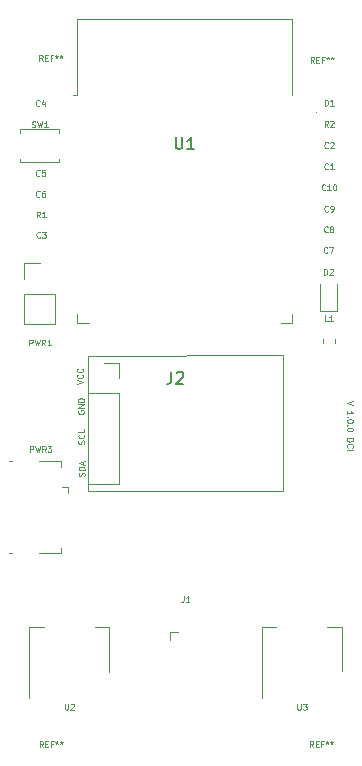
<source format=gto>
G04 #@! TF.GenerationSoftware,KiCad,Pcbnew,(5.1.4)-1*
G04 #@! TF.CreationDate,2020-06-22T02:05:18+08:00*
G04 #@! TF.ProjectId,esp-break,6573702d-6272-4656-916b-2e6b69636164,rev?*
G04 #@! TF.SameCoordinates,Original*
G04 #@! TF.FileFunction,Legend,Top*
G04 #@! TF.FilePolarity,Positive*
%FSLAX46Y46*%
G04 Gerber Fmt 4.6, Leading zero omitted, Abs format (unit mm)*
G04 Created by KiCad (PCBNEW (5.1.4)-1) date 2020-06-22 02:05:18*
%MOMM*%
%LPD*%
G04 APERTURE LIST*
%ADD10C,0.125000*%
%ADD11C,0.100000*%
%ADD12C,0.120000*%
%ADD13C,0.150000*%
G04 APERTURE END LIST*
D10*
X130823809Y-83030952D02*
X130323809Y-83197619D01*
X130823809Y-83364285D01*
X130323809Y-84173809D02*
X130323809Y-83888095D01*
X130323809Y-84030952D02*
X130823809Y-84030952D01*
X130752380Y-83983333D01*
X130704761Y-83935714D01*
X130680952Y-83888095D01*
X130371428Y-84388095D02*
X130347619Y-84411904D01*
X130323809Y-84388095D01*
X130347619Y-84364285D01*
X130371428Y-84388095D01*
X130323809Y-84388095D01*
X130823809Y-84721428D02*
X130823809Y-84769047D01*
X130800000Y-84816666D01*
X130776190Y-84840476D01*
X130728571Y-84864285D01*
X130633333Y-84888095D01*
X130514285Y-84888095D01*
X130419047Y-84864285D01*
X130371428Y-84840476D01*
X130347619Y-84816666D01*
X130323809Y-84769047D01*
X130323809Y-84721428D01*
X130347619Y-84673809D01*
X130371428Y-84650000D01*
X130419047Y-84626190D01*
X130514285Y-84602380D01*
X130633333Y-84602380D01*
X130728571Y-84626190D01*
X130776190Y-84650000D01*
X130800000Y-84673809D01*
X130823809Y-84721428D01*
X130371428Y-85102380D02*
X130347619Y-85126190D01*
X130323809Y-85102380D01*
X130347619Y-85078571D01*
X130371428Y-85102380D01*
X130323809Y-85102380D01*
X130823809Y-85435714D02*
X130823809Y-85483333D01*
X130800000Y-85530952D01*
X130776190Y-85554761D01*
X130728571Y-85578571D01*
X130633333Y-85602380D01*
X130514285Y-85602380D01*
X130419047Y-85578571D01*
X130371428Y-85554761D01*
X130347619Y-85530952D01*
X130323809Y-85483333D01*
X130323809Y-85435714D01*
X130347619Y-85388095D01*
X130371428Y-85364285D01*
X130419047Y-85340476D01*
X130514285Y-85316666D01*
X130633333Y-85316666D01*
X130728571Y-85340476D01*
X130776190Y-85364285D01*
X130800000Y-85388095D01*
X130823809Y-85435714D01*
X130323809Y-86197619D02*
X130823809Y-86197619D01*
X130823809Y-86316666D01*
X130800000Y-86388095D01*
X130752380Y-86435714D01*
X130704761Y-86459523D01*
X130609523Y-86483333D01*
X130538095Y-86483333D01*
X130442857Y-86459523D01*
X130395238Y-86435714D01*
X130347619Y-86388095D01*
X130323809Y-86316666D01*
X130323809Y-86197619D01*
X130371428Y-86983333D02*
X130347619Y-86959523D01*
X130323809Y-86888095D01*
X130323809Y-86840476D01*
X130347619Y-86769047D01*
X130395238Y-86721428D01*
X130442857Y-86697619D01*
X130538095Y-86673809D01*
X130609523Y-86673809D01*
X130704761Y-86697619D01*
X130752380Y-86721428D01*
X130800000Y-86769047D01*
X130823809Y-86840476D01*
X130823809Y-86888095D01*
X130800000Y-86959523D01*
X130776190Y-86983333D01*
X130323809Y-87197619D02*
X130823809Y-87197619D01*
X108077380Y-89407142D02*
X108101190Y-89335714D01*
X108101190Y-89216666D01*
X108077380Y-89169047D01*
X108053571Y-89145238D01*
X108005952Y-89121428D01*
X107958333Y-89121428D01*
X107910714Y-89145238D01*
X107886904Y-89169047D01*
X107863095Y-89216666D01*
X107839285Y-89311904D01*
X107815476Y-89359523D01*
X107791666Y-89383333D01*
X107744047Y-89407142D01*
X107696428Y-89407142D01*
X107648809Y-89383333D01*
X107625000Y-89359523D01*
X107601190Y-89311904D01*
X107601190Y-89192857D01*
X107625000Y-89121428D01*
X108101190Y-88907142D02*
X107601190Y-88907142D01*
X107601190Y-88788095D01*
X107625000Y-88716666D01*
X107672619Y-88669047D01*
X107720238Y-88645238D01*
X107815476Y-88621428D01*
X107886904Y-88621428D01*
X107982142Y-88645238D01*
X108029761Y-88669047D01*
X108077380Y-88716666D01*
X108101190Y-88788095D01*
X108101190Y-88907142D01*
X107958333Y-88430952D02*
X107958333Y-88192857D01*
X108101190Y-88478571D02*
X107601190Y-88311904D01*
X108101190Y-88145238D01*
X108052380Y-86670238D02*
X108076190Y-86598809D01*
X108076190Y-86479761D01*
X108052380Y-86432142D01*
X108028571Y-86408333D01*
X107980952Y-86384523D01*
X107933333Y-86384523D01*
X107885714Y-86408333D01*
X107861904Y-86432142D01*
X107838095Y-86479761D01*
X107814285Y-86575000D01*
X107790476Y-86622619D01*
X107766666Y-86646428D01*
X107719047Y-86670238D01*
X107671428Y-86670238D01*
X107623809Y-86646428D01*
X107600000Y-86622619D01*
X107576190Y-86575000D01*
X107576190Y-86455952D01*
X107600000Y-86384523D01*
X108028571Y-85884523D02*
X108052380Y-85908333D01*
X108076190Y-85979761D01*
X108076190Y-86027380D01*
X108052380Y-86098809D01*
X108004761Y-86146428D01*
X107957142Y-86170238D01*
X107861904Y-86194047D01*
X107790476Y-86194047D01*
X107695238Y-86170238D01*
X107647619Y-86146428D01*
X107600000Y-86098809D01*
X107576190Y-86027380D01*
X107576190Y-85979761D01*
X107600000Y-85908333D01*
X107623809Y-85884523D01*
X108076190Y-85432142D02*
X108076190Y-85670238D01*
X107576190Y-85670238D01*
X107575000Y-83855952D02*
X107551190Y-83903571D01*
X107551190Y-83975000D01*
X107575000Y-84046428D01*
X107622619Y-84094047D01*
X107670238Y-84117857D01*
X107765476Y-84141666D01*
X107836904Y-84141666D01*
X107932142Y-84117857D01*
X107979761Y-84094047D01*
X108027380Y-84046428D01*
X108051190Y-83975000D01*
X108051190Y-83927380D01*
X108027380Y-83855952D01*
X108003571Y-83832142D01*
X107836904Y-83832142D01*
X107836904Y-83927380D01*
X108051190Y-83617857D02*
X107551190Y-83617857D01*
X108051190Y-83332142D01*
X107551190Y-83332142D01*
X108051190Y-83094047D02*
X107551190Y-83094047D01*
X107551190Y-82975000D01*
X107575000Y-82903571D01*
X107622619Y-82855952D01*
X107670238Y-82832142D01*
X107765476Y-82808333D01*
X107836904Y-82808333D01*
X107932142Y-82832142D01*
X107979761Y-82855952D01*
X108027380Y-82903571D01*
X108051190Y-82975000D01*
X108051190Y-83094047D01*
X107476190Y-81591666D02*
X107976190Y-81425000D01*
X107476190Y-81258333D01*
X107928571Y-80805952D02*
X107952380Y-80829761D01*
X107976190Y-80901190D01*
X107976190Y-80948809D01*
X107952380Y-81020238D01*
X107904761Y-81067857D01*
X107857142Y-81091666D01*
X107761904Y-81115476D01*
X107690476Y-81115476D01*
X107595238Y-81091666D01*
X107547619Y-81067857D01*
X107500000Y-81020238D01*
X107476190Y-80948809D01*
X107476190Y-80901190D01*
X107500000Y-80829761D01*
X107523809Y-80805952D01*
X107928571Y-80305952D02*
X107952380Y-80329761D01*
X107976190Y-80401190D01*
X107976190Y-80448809D01*
X107952380Y-80520238D01*
X107904761Y-80567857D01*
X107857142Y-80591666D01*
X107761904Y-80615476D01*
X107690476Y-80615476D01*
X107595238Y-80591666D01*
X107547619Y-80567857D01*
X107500000Y-80520238D01*
X107476190Y-80448809D01*
X107476190Y-80401190D01*
X107500000Y-80329761D01*
X107523809Y-80305952D01*
D11*
X127760000Y-58623200D02*
G75*
G03X127760000Y-58623200I-50000J0D01*
G01*
D12*
X105975000Y-60325000D02*
X105975000Y-60025000D01*
X105975000Y-60025000D02*
X102675000Y-60025000D01*
X102675000Y-60025000D02*
X102675000Y-60325000D01*
X105975000Y-62525000D02*
X105975000Y-62825000D01*
X105975000Y-62825000D02*
X102675000Y-62825000D01*
X102675000Y-62825000D02*
X102675000Y-62525000D01*
X115380000Y-102620000D02*
X116015000Y-102620000D01*
X115380000Y-103255000D02*
X115380000Y-102620000D01*
X102970000Y-76545000D02*
X105630000Y-76545000D01*
X102970000Y-73945000D02*
X102970000Y-76545000D01*
X105630000Y-73945000D02*
X105630000Y-76545000D01*
X102970000Y-73945000D02*
X105630000Y-73945000D01*
X102970000Y-72675000D02*
X102970000Y-71345000D01*
X102970000Y-71345000D02*
X104300000Y-71345000D01*
X110210000Y-102190000D02*
X108950000Y-102190000D01*
X103390000Y-102190000D02*
X104650000Y-102190000D01*
X110210000Y-105950000D02*
X110210000Y-102190000D01*
X103390000Y-108200000D02*
X103390000Y-102190000D01*
X128015000Y-73175000D02*
X128015000Y-75460000D01*
X128015000Y-75460000D02*
X129485000Y-75460000D01*
X129485000Y-75460000D02*
X129485000Y-73175000D01*
X108395000Y-82395000D02*
X111055000Y-82395000D01*
X108395000Y-82395000D02*
X108395000Y-90075000D01*
X108395000Y-90075000D02*
X111055000Y-90075000D01*
X111055000Y-82395000D02*
X111055000Y-90075000D01*
X111055000Y-79795000D02*
X111055000Y-81125000D01*
X109725000Y-79795000D02*
X111055000Y-79795000D01*
X108385000Y-79195000D02*
X108385000Y-90695000D01*
X108385000Y-90695000D02*
X124885000Y-90685000D01*
X124885000Y-90685000D02*
X124885000Y-79185000D01*
X124885000Y-79185000D02*
X108385000Y-79195000D01*
X128265000Y-78112779D02*
X128265000Y-77787221D01*
X129285000Y-78112779D02*
X129285000Y-77787221D01*
X107466000Y-75648000D02*
X107466000Y-76428000D01*
X107466000Y-76428000D02*
X108466000Y-76428000D01*
X125706000Y-75648000D02*
X125706000Y-76428000D01*
X125706000Y-76428000D02*
X124706000Y-76428000D01*
X107466000Y-50683000D02*
X125706000Y-50683000D01*
X125706000Y-50683000D02*
X125706000Y-57103000D01*
X107466000Y-50683000D02*
X107466000Y-57103000D01*
X107466000Y-57103000D02*
X107086000Y-57103000D01*
X129910000Y-102165000D02*
X128650000Y-102165000D01*
X123090000Y-102165000D02*
X124350000Y-102165000D01*
X129910000Y-105925000D02*
X129910000Y-102165000D01*
X123090000Y-108175000D02*
X123090000Y-102165000D01*
X106137500Y-88150000D02*
X106137500Y-88600000D01*
X104287500Y-88150000D02*
X106137500Y-88150000D01*
X101737500Y-95950000D02*
X101987500Y-95950000D01*
X101737500Y-88150000D02*
X101987500Y-88150000D01*
X104287500Y-95950000D02*
X106137500Y-95950000D01*
X106137500Y-95950000D02*
X106137500Y-95500000D01*
X106687500Y-90350000D02*
X106687500Y-90800000D01*
X106687500Y-90350000D02*
X106237500Y-90350000D01*
D10*
X104557913Y-54251990D02*
X104391246Y-54013895D01*
X104272199Y-54251990D02*
X104272199Y-53751990D01*
X104462675Y-53751990D01*
X104510294Y-53775800D01*
X104534103Y-53799609D01*
X104557913Y-53847228D01*
X104557913Y-53918657D01*
X104534103Y-53966276D01*
X104510294Y-53990085D01*
X104462675Y-54013895D01*
X104272199Y-54013895D01*
X104772199Y-53990085D02*
X104938865Y-53990085D01*
X105010294Y-54251990D02*
X104772199Y-54251990D01*
X104772199Y-53751990D01*
X105010294Y-53751990D01*
X105391246Y-53990085D02*
X105224580Y-53990085D01*
X105224580Y-54251990D02*
X105224580Y-53751990D01*
X105462675Y-53751990D01*
X105724580Y-53751990D02*
X105724580Y-53871038D01*
X105605532Y-53823419D02*
X105724580Y-53871038D01*
X105843627Y-53823419D01*
X105653151Y-53966276D02*
X105724580Y-53871038D01*
X105796008Y-53966276D01*
X106105532Y-53751990D02*
X106105532Y-53871038D01*
X105986484Y-53823419D02*
X106105532Y-53871038D01*
X106224580Y-53823419D01*
X106034103Y-53966276D02*
X106105532Y-53871038D01*
X106176960Y-53966276D01*
X128430952Y-58026190D02*
X128430952Y-57526190D01*
X128550000Y-57526190D01*
X128621428Y-57550000D01*
X128669047Y-57597619D01*
X128692857Y-57645238D01*
X128716666Y-57740476D01*
X128716666Y-57811904D01*
X128692857Y-57907142D01*
X128669047Y-57954761D01*
X128621428Y-58002380D01*
X128550000Y-58026190D01*
X128430952Y-58026190D01*
X129192857Y-58026190D02*
X128907142Y-58026190D01*
X129050000Y-58026190D02*
X129050000Y-57526190D01*
X129002380Y-57597619D01*
X128954761Y-57645238D01*
X128907142Y-57669047D01*
X103658333Y-59849380D02*
X103729761Y-59873190D01*
X103848809Y-59873190D01*
X103896428Y-59849380D01*
X103920238Y-59825571D01*
X103944047Y-59777952D01*
X103944047Y-59730333D01*
X103920238Y-59682714D01*
X103896428Y-59658904D01*
X103848809Y-59635095D01*
X103753571Y-59611285D01*
X103705952Y-59587476D01*
X103682142Y-59563666D01*
X103658333Y-59516047D01*
X103658333Y-59468428D01*
X103682142Y-59420809D01*
X103705952Y-59397000D01*
X103753571Y-59373190D01*
X103872619Y-59373190D01*
X103944047Y-59397000D01*
X104110714Y-59373190D02*
X104229761Y-59873190D01*
X104325000Y-59516047D01*
X104420238Y-59873190D01*
X104539285Y-59373190D01*
X104991666Y-59873190D02*
X104705952Y-59873190D01*
X104848809Y-59873190D02*
X104848809Y-59373190D01*
X104801190Y-59444619D01*
X104753571Y-59492238D01*
X104705952Y-59516047D01*
X127522053Y-54409470D02*
X127355386Y-54171375D01*
X127236339Y-54409470D02*
X127236339Y-53909470D01*
X127426815Y-53909470D01*
X127474434Y-53933280D01*
X127498243Y-53957089D01*
X127522053Y-54004708D01*
X127522053Y-54076137D01*
X127498243Y-54123756D01*
X127474434Y-54147565D01*
X127426815Y-54171375D01*
X127236339Y-54171375D01*
X127736339Y-54147565D02*
X127903005Y-54147565D01*
X127974434Y-54409470D02*
X127736339Y-54409470D01*
X127736339Y-53909470D01*
X127974434Y-53909470D01*
X128355386Y-54147565D02*
X128188720Y-54147565D01*
X128188720Y-54409470D02*
X128188720Y-53909470D01*
X128426815Y-53909470D01*
X128688720Y-53909470D02*
X128688720Y-54028518D01*
X128569672Y-53980899D02*
X128688720Y-54028518D01*
X128807767Y-53980899D01*
X128617291Y-54123756D02*
X128688720Y-54028518D01*
X128760148Y-54123756D01*
X129069672Y-53909470D02*
X129069672Y-54028518D01*
X128950624Y-53980899D02*
X129069672Y-54028518D01*
X129188720Y-53980899D01*
X128998243Y-54123756D02*
X129069672Y-54028518D01*
X129141100Y-54123756D01*
X104583313Y-112336710D02*
X104416646Y-112098615D01*
X104297599Y-112336710D02*
X104297599Y-111836710D01*
X104488075Y-111836710D01*
X104535694Y-111860520D01*
X104559503Y-111884329D01*
X104583313Y-111931948D01*
X104583313Y-112003377D01*
X104559503Y-112050996D01*
X104535694Y-112074805D01*
X104488075Y-112098615D01*
X104297599Y-112098615D01*
X104797599Y-112074805D02*
X104964265Y-112074805D01*
X105035694Y-112336710D02*
X104797599Y-112336710D01*
X104797599Y-111836710D01*
X105035694Y-111836710D01*
X105416646Y-112074805D02*
X105249980Y-112074805D01*
X105249980Y-112336710D02*
X105249980Y-111836710D01*
X105488075Y-111836710D01*
X105749980Y-111836710D02*
X105749980Y-111955758D01*
X105630932Y-111908139D02*
X105749980Y-111955758D01*
X105869027Y-111908139D01*
X105678551Y-112050996D02*
X105749980Y-111955758D01*
X105821408Y-112050996D01*
X106130932Y-111836710D02*
X106130932Y-111955758D01*
X106011884Y-111908139D02*
X106130932Y-111955758D01*
X106249980Y-111908139D01*
X106059503Y-112050996D02*
X106130932Y-111955758D01*
X106202360Y-112050996D01*
X127461093Y-112334170D02*
X127294426Y-112096075D01*
X127175379Y-112334170D02*
X127175379Y-111834170D01*
X127365855Y-111834170D01*
X127413474Y-111857980D01*
X127437283Y-111881789D01*
X127461093Y-111929408D01*
X127461093Y-112000837D01*
X127437283Y-112048456D01*
X127413474Y-112072265D01*
X127365855Y-112096075D01*
X127175379Y-112096075D01*
X127675379Y-112072265D02*
X127842045Y-112072265D01*
X127913474Y-112334170D02*
X127675379Y-112334170D01*
X127675379Y-111834170D01*
X127913474Y-111834170D01*
X128294426Y-112072265D02*
X128127760Y-112072265D01*
X128127760Y-112334170D02*
X128127760Y-111834170D01*
X128365855Y-111834170D01*
X128627760Y-111834170D02*
X128627760Y-111953218D01*
X128508712Y-111905599D02*
X128627760Y-111953218D01*
X128746807Y-111905599D01*
X128556331Y-112048456D02*
X128627760Y-111953218D01*
X128699188Y-112048456D01*
X129008712Y-111834170D02*
X129008712Y-111953218D01*
X128889664Y-111905599D02*
X129008712Y-111953218D01*
X129127760Y-111905599D01*
X128937283Y-112048456D02*
X129008712Y-111953218D01*
X129080140Y-112048456D01*
X116483333Y-99551190D02*
X116483333Y-99908333D01*
X116459523Y-99979761D01*
X116411904Y-100027380D01*
X116340476Y-100051190D01*
X116292857Y-100051190D01*
X116983333Y-100051190D02*
X116697619Y-100051190D01*
X116840476Y-100051190D02*
X116840476Y-99551190D01*
X116792857Y-99622619D01*
X116745238Y-99670238D01*
X116697619Y-99694047D01*
X103437558Y-78340090D02*
X103437558Y-77840090D01*
X103628034Y-77840090D01*
X103675653Y-77863900D01*
X103699462Y-77887709D01*
X103723272Y-77935328D01*
X103723272Y-78006757D01*
X103699462Y-78054376D01*
X103675653Y-78078185D01*
X103628034Y-78101995D01*
X103437558Y-78101995D01*
X103889939Y-77840090D02*
X104008986Y-78340090D01*
X104104224Y-77982947D01*
X104199462Y-78340090D01*
X104318510Y-77840090D01*
X104794700Y-78340090D02*
X104628034Y-78101995D01*
X104508986Y-78340090D02*
X104508986Y-77840090D01*
X104699462Y-77840090D01*
X104747081Y-77863900D01*
X104770891Y-77887709D01*
X104794700Y-77935328D01*
X104794700Y-78006757D01*
X104770891Y-78054376D01*
X104747081Y-78078185D01*
X104699462Y-78101995D01*
X104508986Y-78101995D01*
X105270891Y-78340090D02*
X104985177Y-78340090D01*
X105128034Y-78340090D02*
X105128034Y-77840090D01*
X105080415Y-77911519D01*
X105032796Y-77959138D01*
X104985177Y-77982947D01*
X106419047Y-108676190D02*
X106419047Y-109080952D01*
X106442857Y-109128571D01*
X106466666Y-109152380D01*
X106514285Y-109176190D01*
X106609523Y-109176190D01*
X106657142Y-109152380D01*
X106680952Y-109128571D01*
X106704761Y-109080952D01*
X106704761Y-108676190D01*
X106919047Y-108723809D02*
X106942857Y-108700000D01*
X106990476Y-108676190D01*
X107109523Y-108676190D01*
X107157142Y-108700000D01*
X107180952Y-108723809D01*
X107204761Y-108771428D01*
X107204761Y-108819047D01*
X107180952Y-108890476D01*
X106895238Y-109176190D01*
X107204761Y-109176190D01*
X128716666Y-63378571D02*
X128692857Y-63402380D01*
X128621428Y-63426190D01*
X128573809Y-63426190D01*
X128502380Y-63402380D01*
X128454761Y-63354761D01*
X128430952Y-63307142D01*
X128407142Y-63211904D01*
X128407142Y-63140476D01*
X128430952Y-63045238D01*
X128454761Y-62997619D01*
X128502380Y-62950000D01*
X128573809Y-62926190D01*
X128621428Y-62926190D01*
X128692857Y-62950000D01*
X128716666Y-62973809D01*
X129192857Y-63426190D02*
X128907142Y-63426190D01*
X129050000Y-63426190D02*
X129050000Y-62926190D01*
X129002380Y-62997619D01*
X128954761Y-63045238D01*
X128907142Y-63069047D01*
X128716666Y-61578571D02*
X128692857Y-61602380D01*
X128621428Y-61626190D01*
X128573809Y-61626190D01*
X128502380Y-61602380D01*
X128454761Y-61554761D01*
X128430952Y-61507142D01*
X128407142Y-61411904D01*
X128407142Y-61340476D01*
X128430952Y-61245238D01*
X128454761Y-61197619D01*
X128502380Y-61150000D01*
X128573809Y-61126190D01*
X128621428Y-61126190D01*
X128692857Y-61150000D01*
X128716666Y-61173809D01*
X128907142Y-61173809D02*
X128930952Y-61150000D01*
X128978571Y-61126190D01*
X129097619Y-61126190D01*
X129145238Y-61150000D01*
X129169047Y-61173809D01*
X129192857Y-61221428D01*
X129192857Y-61269047D01*
X129169047Y-61340476D01*
X128883333Y-61626190D01*
X129192857Y-61626190D01*
X104341666Y-69178571D02*
X104317857Y-69202380D01*
X104246428Y-69226190D01*
X104198809Y-69226190D01*
X104127380Y-69202380D01*
X104079761Y-69154761D01*
X104055952Y-69107142D01*
X104032142Y-69011904D01*
X104032142Y-68940476D01*
X104055952Y-68845238D01*
X104079761Y-68797619D01*
X104127380Y-68750000D01*
X104198809Y-68726190D01*
X104246428Y-68726190D01*
X104317857Y-68750000D01*
X104341666Y-68773809D01*
X104508333Y-68726190D02*
X104817857Y-68726190D01*
X104651190Y-68916666D01*
X104722619Y-68916666D01*
X104770238Y-68940476D01*
X104794047Y-68964285D01*
X104817857Y-69011904D01*
X104817857Y-69130952D01*
X104794047Y-69178571D01*
X104770238Y-69202380D01*
X104722619Y-69226190D01*
X104579761Y-69226190D01*
X104532142Y-69202380D01*
X104508333Y-69178571D01*
X104291666Y-58003571D02*
X104267857Y-58027380D01*
X104196428Y-58051190D01*
X104148809Y-58051190D01*
X104077380Y-58027380D01*
X104029761Y-57979761D01*
X104005952Y-57932142D01*
X103982142Y-57836904D01*
X103982142Y-57765476D01*
X104005952Y-57670238D01*
X104029761Y-57622619D01*
X104077380Y-57575000D01*
X104148809Y-57551190D01*
X104196428Y-57551190D01*
X104267857Y-57575000D01*
X104291666Y-57598809D01*
X104720238Y-57717857D02*
X104720238Y-58051190D01*
X104601190Y-57527380D02*
X104482142Y-57884523D01*
X104791666Y-57884523D01*
X104291666Y-63928571D02*
X104267857Y-63952380D01*
X104196428Y-63976190D01*
X104148809Y-63976190D01*
X104077380Y-63952380D01*
X104029761Y-63904761D01*
X104005952Y-63857142D01*
X103982142Y-63761904D01*
X103982142Y-63690476D01*
X104005952Y-63595238D01*
X104029761Y-63547619D01*
X104077380Y-63500000D01*
X104148809Y-63476190D01*
X104196428Y-63476190D01*
X104267857Y-63500000D01*
X104291666Y-63523809D01*
X104744047Y-63476190D02*
X104505952Y-63476190D01*
X104482142Y-63714285D01*
X104505952Y-63690476D01*
X104553571Y-63666666D01*
X104672619Y-63666666D01*
X104720238Y-63690476D01*
X104744047Y-63714285D01*
X104767857Y-63761904D01*
X104767857Y-63880952D01*
X104744047Y-63928571D01*
X104720238Y-63952380D01*
X104672619Y-63976190D01*
X104553571Y-63976190D01*
X104505952Y-63952380D01*
X104482142Y-63928571D01*
X104291666Y-65703571D02*
X104267857Y-65727380D01*
X104196428Y-65751190D01*
X104148809Y-65751190D01*
X104077380Y-65727380D01*
X104029761Y-65679761D01*
X104005952Y-65632142D01*
X103982142Y-65536904D01*
X103982142Y-65465476D01*
X104005952Y-65370238D01*
X104029761Y-65322619D01*
X104077380Y-65275000D01*
X104148809Y-65251190D01*
X104196428Y-65251190D01*
X104267857Y-65275000D01*
X104291666Y-65298809D01*
X104720238Y-65251190D02*
X104625000Y-65251190D01*
X104577380Y-65275000D01*
X104553571Y-65298809D01*
X104505952Y-65370238D01*
X104482142Y-65465476D01*
X104482142Y-65655952D01*
X104505952Y-65703571D01*
X104529761Y-65727380D01*
X104577380Y-65751190D01*
X104672619Y-65751190D01*
X104720238Y-65727380D01*
X104744047Y-65703571D01*
X104767857Y-65655952D01*
X104767857Y-65536904D01*
X104744047Y-65489285D01*
X104720238Y-65465476D01*
X104672619Y-65441666D01*
X104577380Y-65441666D01*
X104529761Y-65465476D01*
X104505952Y-65489285D01*
X104482142Y-65536904D01*
X128666666Y-70453571D02*
X128642857Y-70477380D01*
X128571428Y-70501190D01*
X128523809Y-70501190D01*
X128452380Y-70477380D01*
X128404761Y-70429761D01*
X128380952Y-70382142D01*
X128357142Y-70286904D01*
X128357142Y-70215476D01*
X128380952Y-70120238D01*
X128404761Y-70072619D01*
X128452380Y-70025000D01*
X128523809Y-70001190D01*
X128571428Y-70001190D01*
X128642857Y-70025000D01*
X128666666Y-70048809D01*
X128833333Y-70001190D02*
X129166666Y-70001190D01*
X128952380Y-70501190D01*
X128691666Y-68703571D02*
X128667857Y-68727380D01*
X128596428Y-68751190D01*
X128548809Y-68751190D01*
X128477380Y-68727380D01*
X128429761Y-68679761D01*
X128405952Y-68632142D01*
X128382142Y-68536904D01*
X128382142Y-68465476D01*
X128405952Y-68370238D01*
X128429761Y-68322619D01*
X128477380Y-68275000D01*
X128548809Y-68251190D01*
X128596428Y-68251190D01*
X128667857Y-68275000D01*
X128691666Y-68298809D01*
X128977380Y-68465476D02*
X128929761Y-68441666D01*
X128905952Y-68417857D01*
X128882142Y-68370238D01*
X128882142Y-68346428D01*
X128905952Y-68298809D01*
X128929761Y-68275000D01*
X128977380Y-68251190D01*
X129072619Y-68251190D01*
X129120238Y-68275000D01*
X129144047Y-68298809D01*
X129167857Y-68346428D01*
X129167857Y-68370238D01*
X129144047Y-68417857D01*
X129120238Y-68441666D01*
X129072619Y-68465476D01*
X128977380Y-68465476D01*
X128929761Y-68489285D01*
X128905952Y-68513095D01*
X128882142Y-68560714D01*
X128882142Y-68655952D01*
X128905952Y-68703571D01*
X128929761Y-68727380D01*
X128977380Y-68751190D01*
X129072619Y-68751190D01*
X129120238Y-68727380D01*
X129144047Y-68703571D01*
X129167857Y-68655952D01*
X129167857Y-68560714D01*
X129144047Y-68513095D01*
X129120238Y-68489285D01*
X129072619Y-68465476D01*
X128716666Y-66953571D02*
X128692857Y-66977380D01*
X128621428Y-67001190D01*
X128573809Y-67001190D01*
X128502380Y-66977380D01*
X128454761Y-66929761D01*
X128430952Y-66882142D01*
X128407142Y-66786904D01*
X128407142Y-66715476D01*
X128430952Y-66620238D01*
X128454761Y-66572619D01*
X128502380Y-66525000D01*
X128573809Y-66501190D01*
X128621428Y-66501190D01*
X128692857Y-66525000D01*
X128716666Y-66548809D01*
X128954761Y-67001190D02*
X129050000Y-67001190D01*
X129097619Y-66977380D01*
X129121428Y-66953571D01*
X129169047Y-66882142D01*
X129192857Y-66786904D01*
X129192857Y-66596428D01*
X129169047Y-66548809D01*
X129145238Y-66525000D01*
X129097619Y-66501190D01*
X129002380Y-66501190D01*
X128954761Y-66525000D01*
X128930952Y-66548809D01*
X128907142Y-66596428D01*
X128907142Y-66715476D01*
X128930952Y-66763095D01*
X128954761Y-66786904D01*
X129002380Y-66810714D01*
X129097619Y-66810714D01*
X129145238Y-66786904D01*
X129169047Y-66763095D01*
X129192857Y-66715476D01*
X128478571Y-65153571D02*
X128454761Y-65177380D01*
X128383333Y-65201190D01*
X128335714Y-65201190D01*
X128264285Y-65177380D01*
X128216666Y-65129761D01*
X128192857Y-65082142D01*
X128169047Y-64986904D01*
X128169047Y-64915476D01*
X128192857Y-64820238D01*
X128216666Y-64772619D01*
X128264285Y-64725000D01*
X128335714Y-64701190D01*
X128383333Y-64701190D01*
X128454761Y-64725000D01*
X128478571Y-64748809D01*
X128954761Y-65201190D02*
X128669047Y-65201190D01*
X128811904Y-65201190D02*
X128811904Y-64701190D01*
X128764285Y-64772619D01*
X128716666Y-64820238D01*
X128669047Y-64844047D01*
X129264285Y-64701190D02*
X129311904Y-64701190D01*
X129359523Y-64725000D01*
X129383333Y-64748809D01*
X129407142Y-64796428D01*
X129430952Y-64891666D01*
X129430952Y-65010714D01*
X129407142Y-65105952D01*
X129383333Y-65153571D01*
X129359523Y-65177380D01*
X129311904Y-65201190D01*
X129264285Y-65201190D01*
X129216666Y-65177380D01*
X129192857Y-65153571D01*
X129169047Y-65105952D01*
X129145238Y-65010714D01*
X129145238Y-64891666D01*
X129169047Y-64796428D01*
X129192857Y-64748809D01*
X129216666Y-64725000D01*
X129264285Y-64701190D01*
X128380952Y-72351190D02*
X128380952Y-71851190D01*
X128500000Y-71851190D01*
X128571428Y-71875000D01*
X128619047Y-71922619D01*
X128642857Y-71970238D01*
X128666666Y-72065476D01*
X128666666Y-72136904D01*
X128642857Y-72232142D01*
X128619047Y-72279761D01*
X128571428Y-72327380D01*
X128500000Y-72351190D01*
X128380952Y-72351190D01*
X128857142Y-71898809D02*
X128880952Y-71875000D01*
X128928571Y-71851190D01*
X129047619Y-71851190D01*
X129095238Y-71875000D01*
X129119047Y-71898809D01*
X129142857Y-71946428D01*
X129142857Y-71994047D01*
X129119047Y-72065476D01*
X128833333Y-72351190D01*
X129142857Y-72351190D01*
D13*
X115466666Y-80577380D02*
X115466666Y-81291666D01*
X115419047Y-81434523D01*
X115323809Y-81529761D01*
X115180952Y-81577380D01*
X115085714Y-81577380D01*
X115895238Y-80672619D02*
X115942857Y-80625000D01*
X116038095Y-80577380D01*
X116276190Y-80577380D01*
X116371428Y-80625000D01*
X116419047Y-80672619D01*
X116466666Y-80767857D01*
X116466666Y-80863095D01*
X116419047Y-81005952D01*
X115847619Y-81577380D01*
X116466666Y-81577380D01*
D10*
X128691666Y-76288690D02*
X128453571Y-76288690D01*
X128453571Y-75788690D01*
X129120238Y-76288690D02*
X128834523Y-76288690D01*
X128977380Y-76288690D02*
X128977380Y-75788690D01*
X128929761Y-75860119D01*
X128882142Y-75907738D01*
X128834523Y-75931547D01*
X104341666Y-67501190D02*
X104175000Y-67263095D01*
X104055952Y-67501190D02*
X104055952Y-67001190D01*
X104246428Y-67001190D01*
X104294047Y-67025000D01*
X104317857Y-67048809D01*
X104341666Y-67096428D01*
X104341666Y-67167857D01*
X104317857Y-67215476D01*
X104294047Y-67239285D01*
X104246428Y-67263095D01*
X104055952Y-67263095D01*
X104817857Y-67501190D02*
X104532142Y-67501190D01*
X104675000Y-67501190D02*
X104675000Y-67001190D01*
X104627380Y-67072619D01*
X104579761Y-67120238D01*
X104532142Y-67144047D01*
X128716666Y-59826190D02*
X128550000Y-59588095D01*
X128430952Y-59826190D02*
X128430952Y-59326190D01*
X128621428Y-59326190D01*
X128669047Y-59350000D01*
X128692857Y-59373809D01*
X128716666Y-59421428D01*
X128716666Y-59492857D01*
X128692857Y-59540476D01*
X128669047Y-59564285D01*
X128621428Y-59588095D01*
X128430952Y-59588095D01*
X128907142Y-59373809D02*
X128930952Y-59350000D01*
X128978571Y-59326190D01*
X129097619Y-59326190D01*
X129145238Y-59350000D01*
X129169047Y-59373809D01*
X129192857Y-59421428D01*
X129192857Y-59469047D01*
X129169047Y-59540476D01*
X128883333Y-59826190D01*
X129192857Y-59826190D01*
D13*
X115813095Y-60702380D02*
X115813095Y-61511904D01*
X115860714Y-61607142D01*
X115908333Y-61654761D01*
X116003571Y-61702380D01*
X116194047Y-61702380D01*
X116289285Y-61654761D01*
X116336904Y-61607142D01*
X116384523Y-61511904D01*
X116384523Y-60702380D01*
X117384523Y-61702380D02*
X116813095Y-61702380D01*
X117098809Y-61702380D02*
X117098809Y-60702380D01*
X117003571Y-60845238D01*
X116908333Y-60940476D01*
X116813095Y-60988095D01*
D10*
X126119047Y-108676190D02*
X126119047Y-109080952D01*
X126142857Y-109128571D01*
X126166666Y-109152380D01*
X126214285Y-109176190D01*
X126309523Y-109176190D01*
X126357142Y-109152380D01*
X126380952Y-109128571D01*
X126404761Y-109080952D01*
X126404761Y-108676190D01*
X126595238Y-108676190D02*
X126904761Y-108676190D01*
X126738095Y-108866666D01*
X126809523Y-108866666D01*
X126857142Y-108890476D01*
X126880952Y-108914285D01*
X126904761Y-108961904D01*
X126904761Y-109080952D01*
X126880952Y-109128571D01*
X126857142Y-109152380D01*
X126809523Y-109176190D01*
X126666666Y-109176190D01*
X126619047Y-109152380D01*
X126595238Y-109128571D01*
X103470238Y-87351190D02*
X103470238Y-86851190D01*
X103660714Y-86851190D01*
X103708333Y-86875000D01*
X103732142Y-86898809D01*
X103755952Y-86946428D01*
X103755952Y-87017857D01*
X103732142Y-87065476D01*
X103708333Y-87089285D01*
X103660714Y-87113095D01*
X103470238Y-87113095D01*
X103922619Y-86851190D02*
X104041666Y-87351190D01*
X104136904Y-86994047D01*
X104232142Y-87351190D01*
X104351190Y-86851190D01*
X104827380Y-87351190D02*
X104660714Y-87113095D01*
X104541666Y-87351190D02*
X104541666Y-86851190D01*
X104732142Y-86851190D01*
X104779761Y-86875000D01*
X104803571Y-86898809D01*
X104827380Y-86946428D01*
X104827380Y-87017857D01*
X104803571Y-87065476D01*
X104779761Y-87089285D01*
X104732142Y-87113095D01*
X104541666Y-87113095D01*
X104994047Y-86851190D02*
X105303571Y-86851190D01*
X105136904Y-87041666D01*
X105208333Y-87041666D01*
X105255952Y-87065476D01*
X105279761Y-87089285D01*
X105303571Y-87136904D01*
X105303571Y-87255952D01*
X105279761Y-87303571D01*
X105255952Y-87327380D01*
X105208333Y-87351190D01*
X105065476Y-87351190D01*
X105017857Y-87327380D01*
X104994047Y-87303571D01*
M02*

</source>
